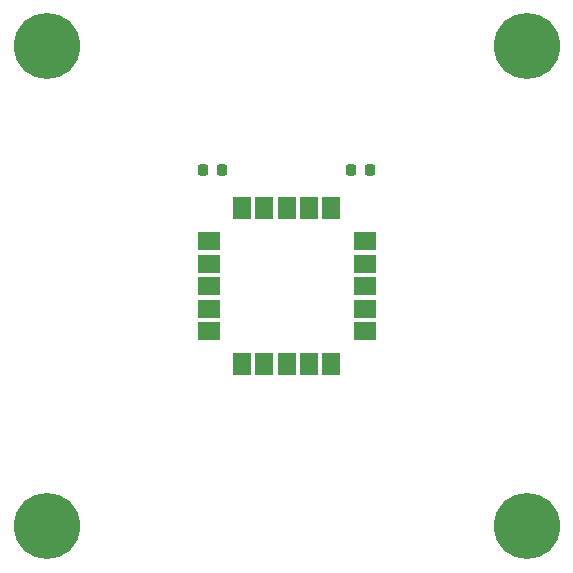
<source format=gbr>
%TF.GenerationSoftware,KiCad,Pcbnew,8.0.6+1*%
%TF.CreationDate,2025-01-11T17:58:48+00:00*%
%TF.ProjectId,TFGPSLITE02,54464750-534c-4495-9445-30322e6b6963,rev?*%
%TF.SameCoordinates,Original*%
%TF.FileFunction,Soldermask,Top*%
%TF.FilePolarity,Negative*%
%FSLAX46Y46*%
G04 Gerber Fmt 4.6, Leading zero omitted, Abs format (unit mm)*
G04 Created by KiCad (PCBNEW 8.0.6+1) date 2025-01-11 17:58:48*
%MOMM*%
%LPD*%
G01*
G04 APERTURE LIST*
G04 Aperture macros list*
%AMRoundRect*
0 Rectangle with rounded corners*
0 $1 Rounding radius*
0 $2 $3 $4 $5 $6 $7 $8 $9 X,Y pos of 4 corners*
0 Add a 4 corners polygon primitive as box body*
4,1,4,$2,$3,$4,$5,$6,$7,$8,$9,$2,$3,0*
0 Add four circle primitives for the rounded corners*
1,1,$1+$1,$2,$3*
1,1,$1+$1,$4,$5*
1,1,$1+$1,$6,$7*
1,1,$1+$1,$8,$9*
0 Add four rect primitives between the rounded corners*
20,1,$1+$1,$2,$3,$4,$5,0*
20,1,$1+$1,$4,$5,$6,$7,0*
20,1,$1+$1,$6,$7,$8,$9,0*
20,1,$1+$1,$8,$9,$2,$3,0*%
G04 Aperture macros list end*
%ADD10C,5.600000*%
%ADD11RoundRect,0.000001X0.900000X0.750000X-0.900000X0.750000X-0.900000X-0.750000X0.900000X-0.750000X0*%
%ADD12RoundRect,0.000001X0.750000X0.900000X-0.750000X0.900000X-0.750000X-0.900000X0.750000X-0.900000X0*%
%ADD13RoundRect,0.218750X-0.218750X-0.256250X0.218750X-0.256250X0.218750X0.256250X-0.218750X0.256250X0*%
G04 APERTURE END LIST*
D10*
%TO.C,M4*%
X156340000Y-130320000D03*
%TD*%
D11*
%TO.C,U2*%
X142610000Y-113795000D03*
X142610000Y-111895000D03*
X142610000Y-109995000D03*
X142610000Y-108095000D03*
X142610000Y-106195000D03*
D12*
X139810000Y-103395000D03*
X137910000Y-103395000D03*
X136010000Y-103395000D03*
X134110000Y-103395000D03*
X132210000Y-103395000D03*
D11*
X129410000Y-106195000D03*
X129410000Y-108095000D03*
X129410000Y-109995000D03*
X129410000Y-111895000D03*
X129410000Y-113795000D03*
D12*
X132210000Y-116595000D03*
X134110000Y-116595000D03*
X136010000Y-116595000D03*
X137910000Y-116595000D03*
X139810000Y-116595000D03*
%TD*%
D13*
%TO.C,D3*%
X141460000Y-100150000D03*
X143035000Y-100150000D03*
%TD*%
D10*
%TO.C,M1*%
X115700000Y-89680000D03*
%TD*%
%TO.C,M3*%
X115700000Y-130320000D03*
%TD*%
D13*
%TO.C,D2*%
X128965000Y-100120000D03*
X130540000Y-100120000D03*
%TD*%
D10*
%TO.C,M2*%
X156340000Y-89680000D03*
%TD*%
M02*

</source>
